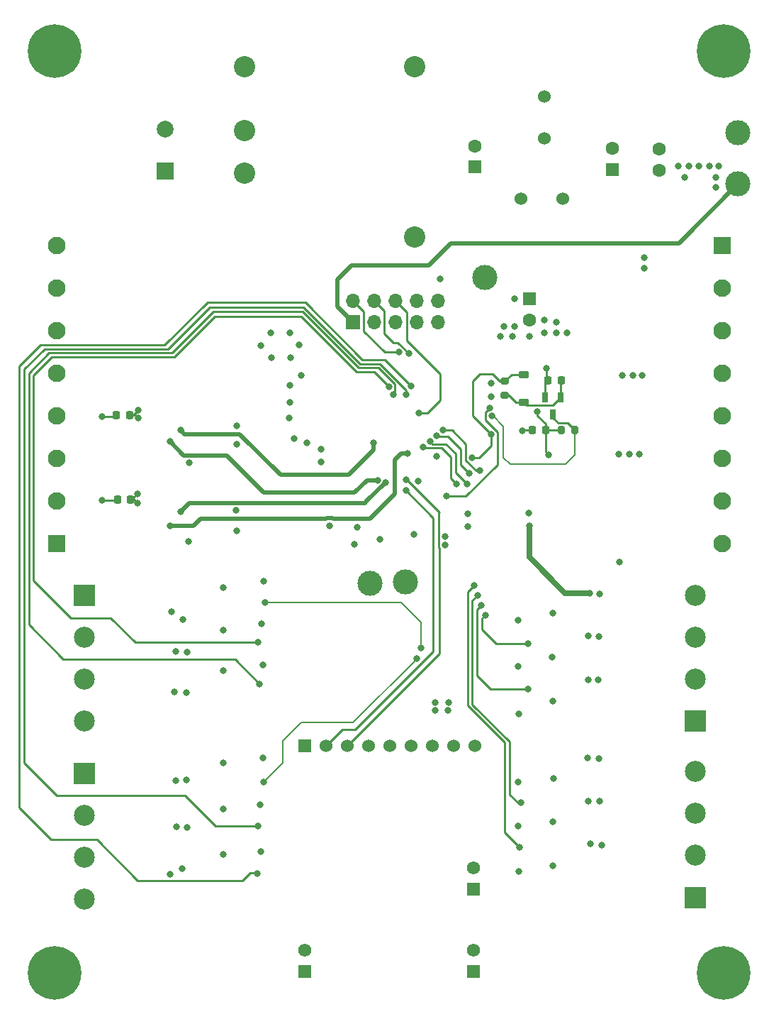
<source format=gbr>
%TF.GenerationSoftware,KiCad,Pcbnew,8.0.0-rc1-91-gb65fa46c3c*%
%TF.CreationDate,2024-02-01T16:18:31+08:00*%
%TF.ProjectId,_____,d0a8a736-612e-46b6-9963-61645f706362,rev?*%
%TF.SameCoordinates,Original*%
%TF.FileFunction,Copper,L4,Bot*%
%TF.FilePolarity,Positive*%
%FSLAX46Y46*%
G04 Gerber Fmt 4.6, Leading zero omitted, Abs format (unit mm)*
G04 Created by KiCad (PCBNEW 8.0.0-rc1-91-gb65fa46c3c) date 2024-02-01 16:18:31*
%MOMM*%
%LPD*%
G01*
G04 APERTURE LIST*
G04 Aperture macros list*
%AMRoundRect*
0 Rectangle with rounded corners*
0 $1 Rounding radius*
0 $2 $3 $4 $5 $6 $7 $8 $9 X,Y pos of 4 corners*
0 Add a 4 corners polygon primitive as box body*
4,1,4,$2,$3,$4,$5,$6,$7,$8,$9,$2,$3,0*
0 Add four circle primitives for the rounded corners*
1,1,$1+$1,$2,$3*
1,1,$1+$1,$4,$5*
1,1,$1+$1,$6,$7*
1,1,$1+$1,$8,$9*
0 Add four rect primitives between the rounded corners*
20,1,$1+$1,$2,$3,$4,$5,0*
20,1,$1+$1,$4,$5,$6,$7,0*
20,1,$1+$1,$6,$7,$8,$9,0*
20,1,$1+$1,$8,$9,$2,$3,0*%
G04 Aperture macros list end*
%TA.AperFunction,SMDPad,CuDef*%
%ADD10RoundRect,0.225000X-0.225000X-0.250000X0.225000X-0.250000X0.225000X0.250000X-0.225000X0.250000X0*%
%TD*%
%TA.AperFunction,ComponentPad*%
%ADD11R,2.500000X2.500000*%
%TD*%
%TA.AperFunction,ComponentPad*%
%ADD12C,2.500000*%
%TD*%
%TA.AperFunction,ComponentPad*%
%ADD13C,1.600000*%
%TD*%
%TA.AperFunction,ComponentPad*%
%ADD14C,3.000000*%
%TD*%
%TA.AperFunction,ComponentPad*%
%ADD15C,0.800000*%
%TD*%
%TA.AperFunction,ComponentPad*%
%ADD16C,6.400000*%
%TD*%
%TA.AperFunction,ComponentPad*%
%ADD17C,2.540000*%
%TD*%
%TA.AperFunction,ComponentPad*%
%ADD18R,2.100000X2.100000*%
%TD*%
%TA.AperFunction,ComponentPad*%
%ADD19C,2.100000*%
%TD*%
%TA.AperFunction,ComponentPad*%
%ADD20R,1.600000X1.600000*%
%TD*%
%TA.AperFunction,ComponentPad*%
%ADD21C,1.524000*%
%TD*%
%TA.AperFunction,ComponentPad*%
%ADD22R,1.524000X1.524000*%
%TD*%
%TA.AperFunction,ComponentPad*%
%ADD23C,1.574800*%
%TD*%
%TA.AperFunction,ComponentPad*%
%ADD24R,1.574800X1.574800*%
%TD*%
%TA.AperFunction,ComponentPad*%
%ADD25R,1.700000X1.700000*%
%TD*%
%TA.AperFunction,ComponentPad*%
%ADD26O,1.700000X1.700000*%
%TD*%
%TA.AperFunction,ComponentPad*%
%ADD27R,2.000000X2.000000*%
%TD*%
%TA.AperFunction,ComponentPad*%
%ADD28C,2.000000*%
%TD*%
%TA.AperFunction,SMDPad,CuDef*%
%ADD29RoundRect,0.200000X0.275000X-0.200000X0.275000X0.200000X-0.275000X0.200000X-0.275000X-0.200000X0*%
%TD*%
%TA.AperFunction,SMDPad,CuDef*%
%ADD30RoundRect,0.225000X0.225000X0.250000X-0.225000X0.250000X-0.225000X-0.250000X0.225000X-0.250000X0*%
%TD*%
%TA.AperFunction,SMDPad,CuDef*%
%ADD31RoundRect,0.225000X-0.375000X0.225000X-0.375000X-0.225000X0.375000X-0.225000X0.375000X0.225000X0*%
%TD*%
%TA.AperFunction,SMDPad,CuDef*%
%ADD32RoundRect,0.200000X-0.200000X-0.275000X0.200000X-0.275000X0.200000X0.275000X-0.200000X0.275000X0*%
%TD*%
%TA.AperFunction,SMDPad,CuDef*%
%ADD33R,0.700000X1.250000*%
%TD*%
%TA.AperFunction,ViaPad*%
%ADD34C,0.800000*%
%TD*%
%TA.AperFunction,Conductor*%
%ADD35C,0.250000*%
%TD*%
%TA.AperFunction,Conductor*%
%ADD36C,0.200000*%
%TD*%
%TA.AperFunction,Conductor*%
%ADD37C,0.700000*%
%TD*%
%TA.AperFunction,Conductor*%
%ADD38C,0.500000*%
%TD*%
G04 APERTURE END LIST*
D10*
%TO.P,C26,1*%
%TO.N,GNDA*%
X32435200Y-68478400D03*
%TO.P,C26,2*%
%TO.N,+5V*%
X33985200Y-68478400D03*
%TD*%
%TO.P,C19,1*%
%TO.N,GNDA*%
X32562800Y-78536800D03*
%TO.P,C19,2*%
%TO.N,+5V*%
X34112800Y-78536800D03*
%TD*%
D11*
%TO.P,J4,1,Pin_1*%
%TO.N,/steper/ST_PWM1*%
X28550000Y-90000000D03*
D12*
%TO.P,J4,2,Pin_2*%
%TO.N,/steper/ST_DIR1*%
X28550000Y-95000000D03*
%TO.P,J4,3,Pin_3*%
%TO.N,/steper/ST_EN1*%
X28550000Y-100000000D03*
%TO.P,J4,4,Pin_4*%
%TO.N,GND*%
X28550000Y-105000000D03*
%TD*%
D11*
%TO.P,J6,1,Pin_1*%
%TO.N,GND*%
X101550000Y-126000000D03*
D12*
%TO.P,J6,2,Pin_2*%
%TO.N,/steper/ST_EN3*%
X101550000Y-121000000D03*
%TO.P,J6,3,Pin_3*%
%TO.N,/steper/ST_DIR3*%
X101550000Y-116000000D03*
%TO.P,J6,4,Pin_4*%
%TO.N,/steper/ST_PWM3*%
X101550000Y-111000000D03*
%TD*%
D13*
%TO.P,C4,1*%
%TO.N,+5V*%
X97282000Y-39223000D03*
%TO.P,C4,2*%
%TO.N,GND*%
X97282000Y-36723000D03*
%TD*%
D14*
%TO.P,TP4,1,1*%
%TO.N,/MCU\u6838\u5FC3/VREF+*%
X62738000Y-88519000D03*
%TD*%
D11*
%TO.P,J7,1,Pin_1*%
%TO.N,GND*%
X101550000Y-105000000D03*
D12*
%TO.P,J7,2,Pin_2*%
%TO.N,/steper/ST_EN4*%
X101550000Y-100000000D03*
%TO.P,J7,3,Pin_3*%
%TO.N,/steper/ST_DIR4*%
X101550000Y-95000000D03*
%TO.P,J7,4,Pin_4*%
%TO.N,/steper/ST_PWM4*%
X101550000Y-90000000D03*
%TD*%
D15*
%TO.P,H4,1,1*%
%TO.N,unconnected-(H4-Pad1)*%
X102600000Y-135000000D03*
X103302944Y-133302944D03*
X103302944Y-136697056D03*
X105000000Y-132600000D03*
D16*
X105000000Y-135000000D03*
D15*
X105000000Y-137400000D03*
X106697056Y-133302944D03*
X106697056Y-136697056D03*
X107400000Y-135000000D03*
%TD*%
D17*
%TO.P,U1,1,Ctrl*%
%TO.N,unconnected-(U1-Ctrl-Pad1)*%
X47690000Y-26877500D03*
%TO.P,U1,2,VIN-*%
%TO.N,/\u63A5\u53E3/VIN-*%
X47690000Y-34497500D03*
%TO.P,U1,3,VIN+*%
%TO.N,/\u7535\u6E90/VIN*%
X47690000Y-39577500D03*
%TO.P,U1,4,+VO*%
%TO.N,Net-(U1-+VO)*%
X68010000Y-47197500D03*
%TO.P,U1,5,-VO*%
%TO.N,Net-(U1--VO)*%
X68010000Y-26877500D03*
%TD*%
D14*
%TO.P,TP2,1,1*%
%TO.N,+5V*%
X106680000Y-40894000D03*
%TD*%
D11*
%TO.P,J5,1,Pin_1*%
%TO.N,/steper/ST_PWM2*%
X28550000Y-111250000D03*
D12*
%TO.P,J5,2,Pin_2*%
%TO.N,/steper/ST_DIR2*%
X28550000Y-116250000D03*
%TO.P,J5,3,Pin_3*%
%TO.N,/steper/ST_EN2*%
X28550000Y-121250000D03*
%TO.P,J5,4,Pin_4*%
%TO.N,GND*%
X28550000Y-126250000D03*
%TD*%
D14*
%TO.P,TP5,1,1*%
%TO.N,GNDA*%
X66903600Y-88392000D03*
%TD*%
D18*
%TO.P,J2,1,Pin_1*%
%TO.N,unconnected-(J2-Pin_1-Pad1)*%
X104750000Y-48270000D03*
D19*
%TO.P,J2,2,Pin_2*%
%TO.N,unconnected-(J2-Pin_2-Pad2)*%
X104750000Y-53350000D03*
%TO.P,J2,3,Pin_3*%
%TO.N,unconnected-(J2-Pin_3-Pad3)*%
X104750000Y-58430000D03*
%TO.P,J2,4,Pin_4*%
%TO.N,unconnected-(J2-Pin_4-Pad4)*%
X104750000Y-63510000D03*
%TO.P,J2,5,Pin_5*%
%TO.N,/RS485/485-*%
X104750000Y-68590000D03*
%TO.P,J2,6,Pin_6*%
%TO.N,/RS485/485+*%
X104750000Y-73670000D03*
%TO.P,J2,7,Pin_7*%
%TO.N,/can\u603B\u7EBF/CAN+*%
X104750000Y-78750000D03*
%TO.P,J2,8,Pin_8*%
%TO.N,/can\u603B\u7EBF/CAN-*%
X104750000Y-83830000D03*
%TD*%
D18*
%TO.P,J1,1,Pin_1*%
%TO.N,/\u63A5\u53E3/DAC_1*%
X25250000Y-83780000D03*
D19*
%TO.P,J1,2,Pin_2*%
%TO.N,/\u63A5\u53E3/DAC_2*%
X25250000Y-78700000D03*
%TO.P,J1,3,Pin_3*%
%TO.N,/\u63A5\u53E3/DAC_3*%
X25250000Y-73620000D03*
%TO.P,J1,4,Pin_4*%
%TO.N,/\u63A5\u53E3/DAC_4*%
X25250000Y-68540000D03*
%TO.P,J1,5,Pin_5*%
%TO.N,GNDA*%
X25250000Y-63460000D03*
%TO.P,J1,6,Pin_6*%
%TO.N,unconnected-(J1-Pin_6-Pad6)*%
X25250000Y-58380000D03*
%TO.P,J1,7,Pin_7*%
%TO.N,/\u63A5\u53E3/VIN+*%
X25250000Y-53300000D03*
%TO.P,J1,8,Pin_8*%
%TO.N,/\u63A5\u53E3/VIN-*%
X25250000Y-48220000D03*
%TD*%
D15*
%TO.P,H3,1,1*%
%TO.N,unconnected-(H3-Pad1)*%
X22600000Y-135000000D03*
X23302944Y-133302944D03*
X23302944Y-136697056D03*
X25000000Y-132600000D03*
D16*
X25000000Y-135000000D03*
D15*
X25000000Y-137400000D03*
X26697056Y-133302944D03*
X26697056Y-136697056D03*
X27400000Y-135000000D03*
%TD*%
%TO.P,H2,1,1*%
%TO.N,unconnected-(H2-Pad1)*%
X102600000Y-25000000D03*
X103302944Y-23302944D03*
X103302944Y-26697056D03*
X105000000Y-22600000D03*
D16*
X105000000Y-25000000D03*
D15*
X105000000Y-27400000D03*
X106697056Y-23302944D03*
X106697056Y-26697056D03*
X107400000Y-25000000D03*
%TD*%
%TO.P,H1,1,1*%
%TO.N,unconnected-(H1-Pad1)*%
X22600000Y-25000000D03*
X23302944Y-23302944D03*
X23302944Y-26697056D03*
X25000000Y-22600000D03*
D16*
X25000000Y-25000000D03*
D15*
X25000000Y-27400000D03*
X26697056Y-23302944D03*
X26697056Y-26697056D03*
X27400000Y-25000000D03*
%TD*%
D20*
%TO.P,C3,1*%
%TO.N,+5V*%
X91694000Y-39155380D03*
D13*
%TO.P,C3,2*%
%TO.N,GND*%
X91694000Y-36655380D03*
%TD*%
D21*
%TO.P,LDM2,1*%
%TO.N,Net-(U1-+VO)*%
X80725000Y-42672000D03*
%TO.P,LDM2,2*%
%TO.N,+5V*%
X85725000Y-42672000D03*
%TD*%
D20*
%TO.P,C7,1*%
%TO.N,+3V3*%
X81750000Y-54600000D03*
D13*
%TO.P,C7,2*%
%TO.N,GND*%
X81750000Y-57100000D03*
%TD*%
D20*
%TO.P,C2,1*%
%TO.N,Net-(U1-+VO)*%
X75250000Y-38869880D03*
D13*
%TO.P,C2,2*%
%TO.N,Net-(U1--VO)*%
X75250000Y-36369880D03*
%TD*%
D14*
%TO.P,TP6,1,1*%
%TO.N,GND*%
X106680000Y-34798000D03*
%TD*%
D22*
%TO.P,U8,1,COM_LED*%
%TO.N,unconnected-(U8-COM_LED-Pad1)*%
X54904300Y-107898395D03*
D21*
%TO.P,U8,2,TXD*%
%TO.N,/MCU\u6838\u5FC3/USART_TX*%
X57444300Y-107898395D03*
%TO.P,U8,3,RXD*%
%TO.N,/MCU\u6838\u5FC3/USART_RX*%
X59984300Y-107898395D03*
%TO.P,U8,4,485_DIR*%
%TO.N,unconnected-(U8-485_DIR-Pad4)*%
X62524300Y-107898395D03*
%TO.P,U8,5,CFG*%
%TO.N,unconnected-(U8-CFG-Pad5)*%
X65064300Y-107898395D03*
%TO.P,U8,6,RUN_LED*%
%TO.N,unconnected-(U8-RUN_LED-Pad6)*%
X67604300Y-107898395D03*
%TO.P,U8,7,GND*%
%TO.N,GND*%
X70144300Y-107898395D03*
%TO.P,U8,8,3.3V*%
%TO.N,+3V3*%
X72684300Y-107898395D03*
%TO.P,U8,9,5V*%
%TO.N,unconnected-(U8-5V-Pad9)*%
X75224300Y-107898395D03*
D23*
%TO.P,U8,10,Y2*%
%TO.N,unconnected-(U8-Y2-Pad10)*%
X75059200Y-122465295D03*
D24*
%TO.P,U8,11,Y1*%
%TO.N,unconnected-(U8-Y1-Pad11)*%
X75059200Y-125005295D03*
D23*
%TO.P,U8,12,X2*%
%TO.N,unconnected-(U8-X2-Pad12)*%
X75069700Y-132329995D03*
D24*
%TO.P,U8,13,X1*%
%TO.N,unconnected-(U8-X1-Pad13)*%
X75069700Y-134869995D03*
D23*
%TO.P,U8,14,PGND*%
%TO.N,GND*%
X54952900Y-132329995D03*
D24*
%TO.P,U8,15,PGND*%
X54952900Y-134869995D03*
%TD*%
D14*
%TO.P,TP1,1,1*%
%TO.N,+3V3*%
X76454000Y-52070000D03*
%TD*%
D25*
%TO.P,J3,1,Pin_1*%
%TO.N,+5V*%
X60706000Y-57404000D03*
D26*
%TO.P,J3,2,Pin_2*%
%TO.N,UART4_RX*%
X60706000Y-54864000D03*
%TO.P,J3,3,Pin_3*%
%TO.N,+3V3*%
X63246000Y-57404000D03*
%TO.P,J3,4,Pin_4*%
%TO.N,UART4_TX*%
X63246000Y-54864000D03*
%TO.P,J3,5,Pin_5*%
%TO.N,GND*%
X65786000Y-57404000D03*
%TO.P,J3,6,Pin_6*%
%TO.N,RST*%
X65786000Y-54864000D03*
%TO.P,J3,7,Pin_7*%
%TO.N,SWCLK*%
X68326000Y-57404000D03*
%TO.P,J3,8,Pin_8*%
%TO.N,Net-(J3-Pin_8)*%
X68326000Y-54864000D03*
%TO.P,J3,9,Pin_9*%
%TO.N,SWDIO*%
X70866000Y-57404000D03*
%TO.P,J3,10,Pin_10*%
%TO.N,BOOT0*%
X70866000Y-54864000D03*
%TD*%
D27*
%TO.P,C1,1*%
%TO.N,/\u7535\u6E90/VIN*%
X38250000Y-39305177D03*
D28*
%TO.P,C1,2*%
%TO.N,/\u63A5\u53E3/VIN-*%
X38250000Y-34305177D03*
%TD*%
D21*
%TO.P,LDM1,1*%
%TO.N,Net-(U1--VO)*%
X83500000Y-35437500D03*
%TO.P,LDM1,2*%
%TO.N,GND*%
X83500000Y-30437500D03*
%TD*%
D29*
%TO.P,R36,1*%
%TO.N,Net-(D13-A)*%
X78790800Y-66064400D03*
%TO.P,R36,2*%
%TO.N,/MCU\u6838\u5FC3/RS485_RX*%
X78790800Y-64414400D03*
%TD*%
D30*
%TO.P,C25,1*%
%TO.N,+3V3*%
X83687200Y-70281000D03*
%TO.P,C25,2*%
%TO.N,GND*%
X82137200Y-70281000D03*
%TD*%
D31*
%TO.P,D13,1,K*%
%TO.N,/MCU\u6838\u5FC3/RS485_RX*%
X81076800Y-63652400D03*
%TO.P,D13,2,A*%
%TO.N,Net-(D13-A)*%
X81076800Y-66952400D03*
%TD*%
D10*
%TO.P,C24,1*%
%TO.N,GND*%
X84004600Y-64337400D03*
%TO.P,C24,2*%
%TO.N,Net-(D13-A)*%
X85554600Y-64337400D03*
%TD*%
D32*
%TO.P,R37,1*%
%TO.N,+3V3*%
X85554600Y-70281000D03*
%TO.P,R37,2*%
%TO.N,Net-(Q1-C)*%
X87204600Y-70281000D03*
%TD*%
D33*
%TO.P,Q1,1,E*%
%TO.N,GND*%
X83616800Y-66344800D03*
%TO.P,Q1,2,B*%
%TO.N,Net-(D13-A)*%
X85516800Y-66344800D03*
%TO.P,Q1,3,C*%
%TO.N,Net-(Q1-C)*%
X84566800Y-68344800D03*
%TD*%
D34*
%TO.N,/MCU\u6838\u5FC3/DIR1*%
X49326800Y-95554800D03*
%TO.N,/MCU\u6838\u5FC3/EN1*%
X49530000Y-100533200D03*
%TO.N,/MCU\u6838\u5FC3/EN2*%
X49225200Y-123139200D03*
%TO.N,/MCU\u6838\u5FC3/DIR2*%
X49326800Y-117500400D03*
%TO.N,/MCU\u6838\u5FC3/EN2*%
X67614800Y-64973200D03*
%TO.N,/MCU\u6838\u5FC3/DIR2*%
X67056000Y-65989200D03*
%TO.N,/MCU\u6838\u5FC3/EN1*%
X65532000Y-65989200D03*
%TO.N,/MCU\u6838\u5FC3/DIR1*%
X64973200Y-65074800D03*
%TO.N,Net-(Q1-C)*%
X77270463Y-68581037D03*
%TO.N,/MCU\u6838\u5FC3/DIR4*%
X75793600Y-75082400D03*
%TO.N,/MCU\u6838\u5FC3/EN4*%
X74574400Y-75387200D03*
%TO.N,/MCU\u6838\u5FC3/DIR3*%
X74320400Y-76657200D03*
%TO.N,/MCU\u6838\u5FC3/EN3*%
X73050400Y-76657200D03*
%TO.N,GND*%
X80924400Y-70307200D03*
%TO.N,+3V3*%
X82702400Y-68021200D03*
%TO.N,GND*%
X83820000Y-62839600D03*
%TO.N,GNDA*%
X30734000Y-68630800D03*
X30683200Y-78638400D03*
X41097200Y-74168000D03*
X41046400Y-83515200D03*
%TO.N,/MCU\u6838\u5FC3/DAC_OU1*%
X67157600Y-73050400D03*
%TO.N,/MCU\u6838\u5FC3/DAC_OUT2*%
X64577790Y-76467731D03*
%TO.N,/MCU\u6838\u5FC3/DAC_OUT3*%
X63601600Y-76250800D03*
%TO.N,/MCU\u6838\u5FC3/DAC_OUT4*%
X63144400Y-71729600D03*
X40081200Y-70256400D03*
%TO.N,/MCU\u6838\u5FC3/DAC_OUT3*%
X38811200Y-71628000D03*
%TO.N,/MCU\u6838\u5FC3/DAC_OUT2*%
X40081200Y-80010000D03*
%TO.N,/MCU\u6838\u5FC3/DAC_OU1*%
X38811200Y-81686400D03*
%TO.N,+5V*%
X39014400Y-91948000D03*
X38811200Y-123240800D03*
X104013000Y-41275000D03*
X40284400Y-122580400D03*
X88798400Y-94792800D03*
X101981000Y-38735000D03*
X39471600Y-112064800D03*
X89966800Y-100076000D03*
X90068400Y-94843600D03*
X90119200Y-89763600D03*
X88747600Y-114503200D03*
X39319200Y-101498400D03*
X90119200Y-114503200D03*
X88747600Y-100025200D03*
X40894000Y-117652800D03*
X100330000Y-40132000D03*
X99568000Y-38735000D03*
X100838000Y-38735000D03*
X104394000Y-38735000D03*
X40792400Y-112014000D03*
X104013000Y-40132000D03*
X81730000Y-81653000D03*
X88696800Y-109372400D03*
X40792400Y-101600000D03*
X60807600Y-83870800D03*
X39624000Y-117602000D03*
X34899600Y-77825600D03*
X103251000Y-38735000D03*
X90424000Y-119735600D03*
X39522400Y-96621600D03*
X34950400Y-78994000D03*
X40335200Y-92862400D03*
X89001600Y-119583200D03*
X35052000Y-68834000D03*
X35052000Y-67868800D03*
X90017600Y-109423200D03*
X40843200Y-96723200D03*
X88950800Y-89712800D03*
%TO.N,RST*%
X68580000Y-68224400D03*
%TO.N,GNDA*%
X50850800Y-58623200D03*
X46786800Y-69748400D03*
X50901600Y-61569600D03*
X68427600Y-76352400D03*
X57912000Y-81635600D03*
X67919600Y-82702400D03*
X61214000Y-81838800D03*
X46786800Y-82245200D03*
X46786800Y-71932800D03*
X63855600Y-83261200D03*
X49631600Y-60147200D03*
X46736000Y-79806800D03*
%TO.N,+3V3*%
X84023200Y-73202800D03*
X79959200Y-54559200D03*
X71687000Y-82971000D03*
X92506800Y-85953600D03*
X74371200Y-80221000D03*
X72085200Y-102717600D03*
X72034400Y-103682800D03*
X77165200Y-64668400D03*
X56845200Y-74015600D03*
X71687000Y-83971000D03*
%TO.N,/MCU\u6838\u5FC3/USART_RX*%
X67005200Y-76200000D03*
%TO.N,/MCU\u6838\u5FC3/USART_TX*%
X67005200Y-77470000D03*
%TO.N,/MCU\u6838\u5FC3/PWM1*%
X68834000Y-96215200D03*
X50139600Y-90830400D03*
%TO.N,/MCU\u6838\u5FC3/PWM2*%
X68275200Y-97485200D03*
X50038000Y-112268000D03*
%TO.N,/MCU\u6838\u5FC3/EN3*%
X80568800Y-120040400D03*
X69037200Y-72288400D03*
X75133200Y-88798400D03*
%TO.N,/MCU\u6838\u5FC3/DIR3*%
X75539600Y-89966800D03*
X80721200Y-114706400D03*
X69900800Y-71628000D03*
%TO.N,/MCU\u6838\u5FC3/EN4*%
X81584800Y-101142800D03*
X70681504Y-70925366D03*
X75996800Y-91186000D03*
%TO.N,/MCU\u6838\u5FC3/DIR4*%
X71424800Y-70256400D03*
X76504800Y-92303600D03*
X81584800Y-95707200D03*
%TO.N,GND*%
X45212000Y-115468400D03*
X78250000Y-59110000D03*
X70510400Y-103682800D03*
X84480400Y-97332800D03*
X81635600Y-80162400D03*
X54254400Y-60096400D03*
X71120000Y-52171600D03*
X53238400Y-61569600D03*
X49885600Y-109321600D03*
X53136800Y-58674000D03*
X45161200Y-98958400D03*
X80518000Y-104089200D03*
X49987200Y-88239600D03*
X83500000Y-57110000D03*
X49580800Y-114909600D03*
X84531200Y-92049600D03*
X92837000Y-63754000D03*
X70510400Y-102717600D03*
X84632800Y-111810800D03*
X84531200Y-122224800D03*
X80416400Y-112217200D03*
X92456000Y-73152000D03*
X80467200Y-122885200D03*
X93726000Y-73152000D03*
X53136800Y-66903600D03*
X53644800Y-71272400D03*
X95504000Y-49657000D03*
X77165200Y-66294000D03*
X45212000Y-94132400D03*
X55168800Y-71729600D03*
X49936400Y-98298000D03*
X79750000Y-59110000D03*
X80365600Y-117500400D03*
X54457600Y-63703200D03*
X84582000Y-116992400D03*
X94107000Y-63754000D03*
X85000000Y-57360000D03*
X84531200Y-102565200D03*
X45161200Y-120904000D03*
X56845200Y-72542400D03*
X53086000Y-68783200D03*
X81750000Y-59110000D03*
X85000000Y-58610000D03*
X45212000Y-109931200D03*
X53136800Y-64922400D03*
X49631600Y-120497600D03*
X45161200Y-89001600D03*
X86250000Y-58610000D03*
X80000000Y-57860000D03*
X70687000Y-73355200D03*
X74371200Y-81721000D03*
X95250000Y-63754000D03*
X95504000Y-50907000D03*
X80416400Y-92964000D03*
X83500000Y-58610000D03*
X78750000Y-57860000D03*
X80416400Y-98399600D03*
X49784000Y-93319600D03*
X94869000Y-73152000D03*
%TO.N,UART4_TX*%
X67390853Y-61133147D03*
%TO.N,UART4_RX*%
X66192400Y-60960000D03*
%TO.N,/MCU\u6838\u5FC3/RS485_RX*%
X77202200Y-70764400D03*
X74893000Y-73558400D03*
%TO.N,/MCU\u6838\u5FC3/RS485_TX*%
X77012800Y-67614800D03*
X71826147Y-78135453D03*
%TD*%
D35*
%TO.N,/MCU\u6838\u5FC3/DIR1*%
X49326800Y-95554800D02*
X49225200Y-95554800D01*
X48717200Y-95554800D02*
X49326800Y-95554800D01*
X48666400Y-95554800D02*
X48717200Y-95554800D01*
%TO.N,/MCU\u6838\u5FC3/EN1*%
X46583600Y-97586800D02*
X49530000Y-100533200D01*
X26060400Y-97586800D02*
X46583600Y-97586800D01*
X21945600Y-93472000D02*
X26060400Y-97586800D01*
X39116000Y-61010800D02*
X24384000Y-61010800D01*
X24384000Y-61010800D02*
X21945600Y-63449200D01*
X43992800Y-56134000D02*
X39116000Y-61010800D01*
X21945600Y-63449200D02*
X21945600Y-93472000D01*
X54660800Y-56134000D02*
X43992800Y-56134000D01*
X63712505Y-62788800D02*
X61315600Y-62788800D01*
X65698200Y-64774495D02*
X63712505Y-62788800D01*
X65698200Y-65823000D02*
X65698200Y-64774495D01*
X65532000Y-65989200D02*
X65698200Y-65823000D01*
X61315600Y-62788800D02*
X54660800Y-56134000D01*
%TO.N,/MCU\u6838\u5FC3/EN2*%
X49225200Y-123190000D02*
X49174400Y-123139200D01*
X49225200Y-123139200D02*
X49225200Y-123190000D01*
X49174400Y-123139200D02*
X49225200Y-123139200D01*
X49072800Y-123037600D02*
X49174400Y-123139200D01*
X48412400Y-123037600D02*
X49072800Y-123037600D01*
%TO.N,/MCU\u6838\u5FC3/DIR2*%
X44246800Y-117500400D02*
X49326800Y-117500400D01*
X40589200Y-113842800D02*
X44246800Y-117500400D01*
X25247600Y-113842800D02*
X40589200Y-113842800D01*
X21386800Y-109982000D02*
X25247600Y-113842800D01*
X21386800Y-62992000D02*
X21386800Y-109982000D01*
X23818000Y-60560800D02*
X21386800Y-62992000D01*
X43593600Y-55575200D02*
X38608000Y-60560800D01*
X61518800Y-62331600D02*
X54762400Y-55575200D01*
X38608000Y-60560800D02*
X23818000Y-60560800D01*
X63891701Y-62331600D02*
X61518800Y-62331600D01*
X54762400Y-55575200D02*
X43593600Y-55575200D01*
X67056000Y-65495899D02*
X63891701Y-62331600D01*
X67056000Y-65989200D02*
X67056000Y-65495899D01*
D36*
%TO.N,/MCU\u6838\u5FC3/PWM1*%
X68834000Y-93218000D02*
X66446400Y-90830400D01*
X66446400Y-90830400D02*
X50139600Y-90830400D01*
X68834000Y-96215200D02*
X68834000Y-93218000D01*
D35*
%TO.N,/MCU\u6838\u5FC3/EN3*%
X78790800Y-107492800D02*
X78790800Y-118262400D01*
X74371200Y-103073200D02*
X78790800Y-107492800D01*
X78790800Y-118262400D02*
X80568800Y-120040400D01*
X74371200Y-89560400D02*
X74371200Y-103073200D01*
X75133200Y-88798400D02*
X74371200Y-89560400D01*
%TO.N,/MCU\u6838\u5FC3/DIR4*%
X77774800Y-95707200D02*
X81584800Y-95707200D01*
X76098400Y-92710000D02*
X76098400Y-94030800D01*
X76098400Y-94030800D02*
X77774800Y-95707200D01*
X76504800Y-92303600D02*
X76098400Y-92710000D01*
%TO.N,/MCU\u6838\u5FC3/EN4*%
X75488800Y-99568000D02*
X77063600Y-101142800D01*
X77063600Y-101142800D02*
X81584800Y-101142800D01*
X75996800Y-91186000D02*
X75488800Y-91694000D01*
X75488800Y-91694000D02*
X75488800Y-99568000D01*
%TO.N,/MCU\u6838\u5FC3/DIR3*%
X79400400Y-113741200D02*
X80365600Y-114706400D01*
X74930000Y-102971600D02*
X79400400Y-107442000D01*
X79400400Y-107442000D02*
X79400400Y-113741200D01*
X74930000Y-90576400D02*
X74930000Y-102971600D01*
X80365600Y-114706400D02*
X80721200Y-114706400D01*
X75539600Y-89966800D02*
X74930000Y-90576400D01*
D37*
%TO.N,+5V*%
X81730000Y-85438400D02*
X86004400Y-89712800D01*
X81730000Y-81653000D02*
X81730000Y-85438400D01*
X86004400Y-89712800D02*
X88950800Y-89712800D01*
D35*
%TO.N,/MCU\u6838\u5FC3/EN2*%
X47484200Y-123965800D02*
X48412400Y-123037600D01*
X34964200Y-123965800D02*
X47484200Y-123965800D01*
X30124400Y-119126000D02*
X34964200Y-123965800D01*
X24638000Y-119126000D02*
X30124400Y-119126000D01*
X20828000Y-115316000D02*
X24638000Y-119126000D01*
X20828000Y-62636400D02*
X20828000Y-115316000D01*
X54965600Y-55016400D02*
X43281600Y-55016400D01*
X64465200Y-61823600D02*
X61772800Y-61823600D01*
X23353600Y-60110800D02*
X20828000Y-62636400D01*
X43281600Y-55016400D02*
X38187200Y-60110800D01*
X61772800Y-61823600D02*
X54965600Y-55016400D01*
X38187200Y-60110800D02*
X23353600Y-60110800D01*
X67614800Y-64973200D02*
X64465200Y-61823600D01*
%TO.N,/MCU\u6838\u5FC3/DIR1*%
X31750000Y-92659200D02*
X34645600Y-95554800D01*
X34645600Y-95554800D02*
X48666400Y-95554800D01*
X26974800Y-92659200D02*
X31750000Y-92659200D01*
X22504400Y-88188800D02*
X26974800Y-92659200D01*
X24688800Y-61518800D02*
X22504400Y-63703200D01*
X44196000Y-56692800D02*
X39370000Y-61518800D01*
X54457600Y-56692800D02*
X44196000Y-56692800D01*
X22504400Y-63703200D02*
X22504400Y-88188800D01*
X39370000Y-61518800D02*
X24688800Y-61518800D01*
X61061600Y-63296800D02*
X54457600Y-56692800D01*
X63195200Y-63296800D02*
X61061600Y-63296800D01*
X64973200Y-65074800D02*
X63195200Y-63296800D01*
X64973200Y-65074800D02*
X64807000Y-65241000D01*
D38*
%TO.N,/MCU\u6838\u5FC3/DAC_OUT4*%
X63144400Y-72644000D02*
X63144400Y-71729600D01*
X60198000Y-75590400D02*
X63144400Y-72644000D01*
X40538400Y-70713600D02*
X47142400Y-70713600D01*
X47142400Y-70713600D02*
X52019200Y-75590400D01*
X40081200Y-70256400D02*
X40538400Y-70713600D01*
X52019200Y-75590400D02*
X60198000Y-75590400D01*
%TO.N,/MCU\u6838\u5FC3/DAC_OUT3*%
X40436800Y-73253600D02*
X38811200Y-71628000D01*
X62331600Y-76250800D02*
X60858400Y-77724000D01*
X45567600Y-73253600D02*
X40436800Y-73253600D01*
X63601600Y-76250800D02*
X62331600Y-76250800D01*
X60858400Y-77724000D02*
X50038000Y-77724000D01*
X50038000Y-77724000D02*
X45567600Y-73253600D01*
D36*
%TO.N,Net-(Q1-C)*%
X87204600Y-73171000D02*
X87204600Y-70281000D01*
X78663800Y-73533000D02*
X79451200Y-74320400D01*
X79451200Y-74320400D02*
X86055200Y-74320400D01*
X78663800Y-69824600D02*
X78663800Y-73533000D01*
X77420237Y-68581037D02*
X78663800Y-69824600D01*
X77270463Y-68581037D02*
X77420237Y-68581037D01*
X86055200Y-74320400D02*
X87204600Y-73171000D01*
D35*
%TO.N,/MCU\u6838\u5FC3/RS485_TX*%
X76504800Y-69041695D02*
X76504800Y-68122800D01*
X77927200Y-70464095D02*
X76504800Y-69041695D01*
X77927200Y-74371200D02*
X77927200Y-70464095D01*
X74162947Y-78135453D02*
X77927200Y-74371200D01*
X71826147Y-78135453D02*
X74162947Y-78135453D01*
X76504800Y-68122800D02*
X77012800Y-67614800D01*
%TO.N,/MCU\u6838\u5FC3/EN3*%
X69101800Y-72353000D02*
X69037200Y-72288400D01*
X71286200Y-72353000D02*
X69101800Y-72353000D01*
X72353600Y-75960400D02*
X72353600Y-73420400D01*
X72353600Y-73420400D02*
X71286200Y-72353000D01*
X73050400Y-76657200D02*
X72353600Y-75960400D01*
%TO.N,/MCU\u6838\u5FC3/DIR3*%
X70175800Y-71903000D02*
X69900800Y-71628000D01*
X71801400Y-71903000D02*
X70175800Y-71903000D01*
X72948800Y-73050400D02*
X71801400Y-71903000D01*
X72948800Y-75336400D02*
X72948800Y-73050400D01*
X73533000Y-75920600D02*
X72948800Y-75336400D01*
%TO.N,/MCU\u6838\u5FC3/EN4*%
X72048200Y-70981400D02*
X70737538Y-70981400D01*
X70737538Y-70981400D02*
X70681504Y-70925366D01*
X73558400Y-72491600D02*
X72048200Y-70981400D01*
X73558400Y-74371200D02*
X73558400Y-72491600D01*
X74574400Y-75387200D02*
X73558400Y-74371200D01*
%TO.N,/MCU\u6838\u5FC3/DIR4*%
X72491600Y-70256400D02*
X71424800Y-70256400D01*
X74168000Y-71932800D02*
X72491600Y-70256400D01*
X75391695Y-75082400D02*
X74168000Y-73858705D01*
X74168000Y-73858705D02*
X74168000Y-71932800D01*
X75793600Y-75082400D02*
X75391695Y-75082400D01*
%TO.N,/MCU\u6838\u5FC3/DIR3*%
X74269600Y-76657200D02*
X73388897Y-75776497D01*
X74320400Y-76657200D02*
X74269600Y-76657200D01*
%TO.N,/MCU\u6838\u5FC3/EN4*%
X74371200Y-75184000D02*
X74574400Y-75387200D01*
%TO.N,GND*%
X80950600Y-70281000D02*
X80924400Y-70307200D01*
X82137200Y-70281000D02*
X80950600Y-70281000D01*
%TO.N,+3V3*%
X82651600Y-68021200D02*
X82651600Y-68021200D01*
X82702400Y-68021200D02*
X82651600Y-68021200D01*
X82702400Y-68072000D02*
X82702400Y-68021200D01*
X82702400Y-68072000D02*
X82702400Y-68072000D01*
X82702400Y-68529200D02*
X82702400Y-68072000D01*
X83687200Y-69514000D02*
X82702400Y-68529200D01*
X83687200Y-70281000D02*
X83687200Y-69514000D01*
X83687200Y-72866800D02*
X83687200Y-70281000D01*
X84023200Y-73202800D02*
X83687200Y-72866800D01*
%TO.N,/MCU\u6838\u5FC3/RS485_RX*%
X78181200Y-64414400D02*
X78790800Y-64414400D01*
X75793600Y-63550800D02*
X77317600Y-63550800D01*
X77317600Y-63550800D02*
X78181200Y-64414400D01*
X74980800Y-68543000D02*
X74980800Y-64363600D01*
X77202200Y-70764400D02*
X74980800Y-68543000D01*
X74980800Y-64363600D02*
X75793600Y-63550800D01*
%TO.N,Net-(D13-A)*%
X84566800Y-67294800D02*
X85516800Y-66344800D01*
X81419200Y-67294800D02*
X84566800Y-67294800D01*
X81076800Y-66952400D02*
X81419200Y-67294800D01*
%TO.N,/MCU\u6838\u5FC3/RS485_RX*%
X81026000Y-63601600D02*
X81076800Y-63652400D01*
X79603600Y-63601600D02*
X81026000Y-63601600D01*
X78790800Y-64414400D02*
X79603600Y-63601600D01*
%TO.N,Net-(D13-A)*%
X79272400Y-66064400D02*
X78790800Y-66064400D01*
X80160400Y-66952400D02*
X79272400Y-66064400D01*
X81076800Y-66952400D02*
X80160400Y-66952400D01*
%TO.N,GND*%
X83820000Y-64152800D02*
X84004600Y-64337400D01*
X83820000Y-62839600D02*
X83820000Y-64152800D01*
%TO.N,Net-(D13-A)*%
X85516800Y-64375200D02*
X85554600Y-64337400D01*
X85516800Y-66344800D02*
X85516800Y-64375200D01*
%TO.N,GND*%
X83616800Y-64725200D02*
X84004600Y-64337400D01*
X83616800Y-66344800D02*
X83616800Y-64725200D01*
%TO.N,Net-(Q1-C)*%
X86316400Y-69392800D02*
X87204600Y-70281000D01*
X85191600Y-69392800D02*
X86316400Y-69392800D01*
X84566800Y-68768000D02*
X85191600Y-69392800D01*
X84566800Y-68344800D02*
X84566800Y-68768000D01*
%TO.N,+3V3*%
X85554600Y-70281000D02*
X83687200Y-70281000D01*
D38*
%TO.N,+5V*%
X99618800Y-47955200D02*
X106680000Y-40894000D01*
X72339200Y-47955200D02*
X99618800Y-47955200D01*
X60502800Y-50596800D02*
X69697600Y-50596800D01*
X69697600Y-50596800D02*
X72339200Y-47955200D01*
X58775600Y-52324000D02*
X60502800Y-50596800D01*
X58775600Y-55473600D02*
X58775600Y-52324000D01*
X60706000Y-57404000D02*
X58775600Y-55473600D01*
%TO.N,/MCU\u6838\u5FC3/DAC_OUT2*%
X62114800Y-78956800D02*
X41134400Y-78956800D01*
X62230000Y-78841600D02*
X62114800Y-78956800D01*
X41134400Y-78956800D02*
X40081200Y-80010000D01*
X64577790Y-76476692D02*
X62230000Y-78824482D01*
X62230000Y-78824482D02*
X62230000Y-78841600D01*
X64577790Y-76467731D02*
X64577790Y-76476692D01*
D35*
%TO.N,GNDA*%
X32282800Y-68630800D02*
X32435200Y-68478400D01*
X30734000Y-68630800D02*
X32282800Y-68630800D01*
%TO.N,+5V*%
X34696400Y-68478400D02*
X35052000Y-68834000D01*
X33985200Y-68478400D02*
X34696400Y-68478400D01*
X34442400Y-68478400D02*
X35052000Y-67868800D01*
X33985200Y-68478400D02*
X34442400Y-68478400D01*
X34188400Y-78536800D02*
X34899600Y-77825600D01*
X34112800Y-78536800D02*
X34188400Y-78536800D01*
X34493200Y-78536800D02*
X34950400Y-78994000D01*
X34112800Y-78536800D02*
X34493200Y-78536800D01*
%TO.N,GNDA*%
X32461200Y-78638400D02*
X32562800Y-78536800D01*
X30683200Y-78638400D02*
X32461200Y-78638400D01*
D38*
%TO.N,/MCU\u6838\u5FC3/DAC_OU1*%
X41656000Y-81686400D02*
X38811200Y-81686400D01*
X42482400Y-80860000D02*
X41656000Y-81686400D01*
X57485518Y-80860000D02*
X42482400Y-80860000D01*
X58264082Y-80785600D02*
X57559918Y-80785600D01*
X58338482Y-80860000D02*
X58264082Y-80785600D01*
X65684400Y-77876400D02*
X62700800Y-80860000D01*
X65684400Y-73812400D02*
X65684400Y-77876400D01*
X62700800Y-80860000D02*
X58338482Y-80860000D01*
X66446400Y-73050400D02*
X65684400Y-73812400D01*
X67157600Y-73050400D02*
X66446400Y-73050400D01*
X57559918Y-80785600D02*
X57485518Y-80860000D01*
D35*
%TO.N,RST*%
X68580000Y-68224400D02*
X69596000Y-68224400D01*
X71120000Y-66700400D02*
X71120000Y-63550800D01*
X67106800Y-59537600D02*
X67106800Y-56184800D01*
X71120000Y-63550800D02*
X67106800Y-59537600D01*
X69596000Y-68224400D02*
X71120000Y-66700400D01*
X67106800Y-56184800D02*
X65786000Y-54864000D01*
%TO.N,/MCU\u6838\u5FC3/USART_RX*%
X70967600Y-80086200D02*
X70962000Y-80091800D01*
X70967600Y-84276905D02*
X70967600Y-96915095D01*
X70962000Y-80091800D02*
X70962000Y-84271305D01*
X67005200Y-76200000D02*
X67081400Y-76200000D01*
X70962000Y-84271305D02*
X70967600Y-84276905D01*
X67081400Y-76200000D02*
X70967600Y-80086200D01*
X70967600Y-96915095D02*
X59984300Y-107898395D01*
%TO.N,/MCU\u6838\u5FC3/USART_TX*%
X67005200Y-77470000D02*
X70256400Y-80721200D01*
X70256400Y-96672400D02*
X60960000Y-105968800D01*
X59373895Y-105968800D02*
X57444300Y-107898395D01*
X70256400Y-80721200D02*
X70256400Y-96672400D01*
X60960000Y-105968800D02*
X59373895Y-105968800D01*
D36*
%TO.N,/MCU\u6838\u5FC3/PWM2*%
X68275200Y-97586800D02*
X60706000Y-105156000D01*
X68275200Y-97485200D02*
X68275200Y-97586800D01*
X52324000Y-107340400D02*
X52324000Y-109982000D01*
X60706000Y-105156000D02*
X54508400Y-105156000D01*
X52324000Y-109982000D02*
X50038000Y-112268000D01*
X54508400Y-105156000D02*
X52324000Y-107340400D01*
D35*
%TO.N,UART4_TX*%
X64421000Y-58731400D02*
X64421000Y-56039000D01*
X67390853Y-61133147D02*
X66049306Y-59791600D01*
X65481200Y-59791600D02*
X64421000Y-58731400D01*
X66049306Y-59791600D02*
X65481200Y-59791600D01*
X64421000Y-56039000D02*
X63246000Y-54864000D01*
%TO.N,UART4_RX*%
X66192400Y-60960000D02*
X64465200Y-60960000D01*
X61976000Y-58470800D02*
X61976000Y-56134000D01*
X61976000Y-56134000D02*
X60706000Y-54864000D01*
X64465200Y-60960000D02*
X61976000Y-58470800D01*
%TO.N,/MCU\u6838\u5FC3/RS485_RX*%
X74893000Y-73558400D02*
X75742800Y-73558400D01*
X77202200Y-72099000D02*
X77202200Y-70764400D01*
X75742800Y-73558400D02*
X77202200Y-72099000D01*
%TD*%
M02*

</source>
